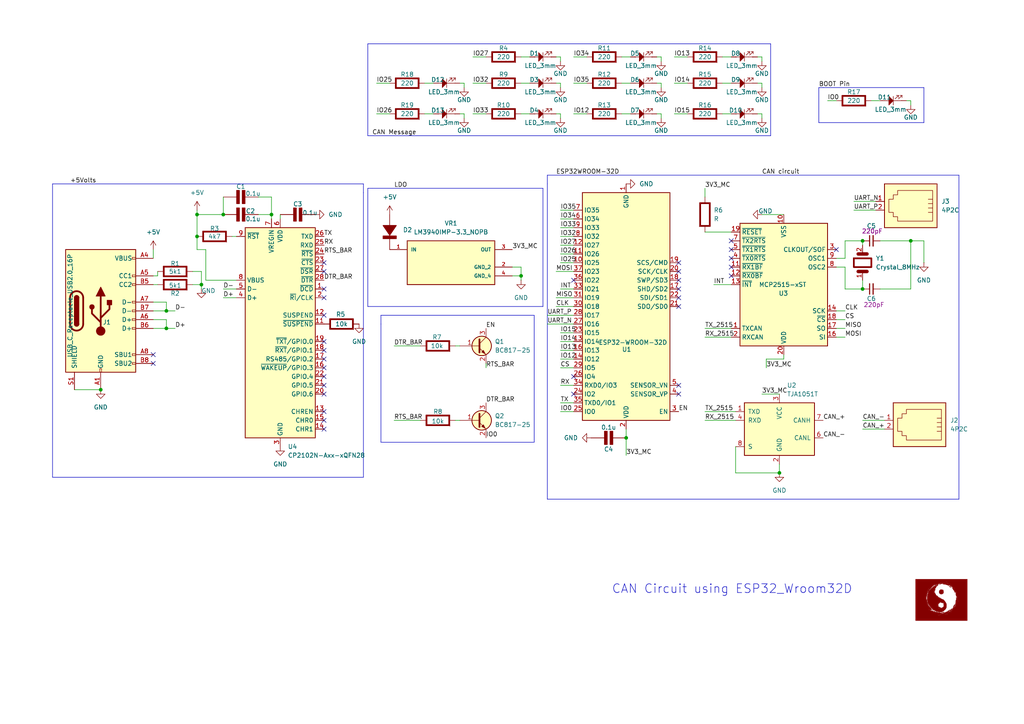
<source format=kicad_sch>
(kicad_sch (version 20231120) (generator "eeschema") (generator_version "8.0")
  (paper "A4")
  (lib_symbols
    (symbol "Connector:4P2C" (pin_names (offset 1.016))
      (property "Reference" "J" (at -5.08 8.89 0))
      (property "Value" "4P2C" (at 2.54 8.89 0))
      (symbol "4P2C_1_1"
        (pin passive line (at 10.16 0 180) (length 2.54) (name "~") (number "1"))
        (pin passive line (at 10.16 2.54 180) (length 2.54) (name "~") (number "2"))
      )
    )
    (symbol "Connector:USB_C_Receptacle_USB2.0_16P" (pin_names (offset 1.016))
      (property "Reference" "J" (at 0 22.225 0))
      (property "Value" "USB_C_Receptacle_USB2.0_16P" (at 0 19.685 0))
      (symbol "USB_C_Receptacle_USB2.0_16P_1_1"
        (pin passive line (at 0 -22.86 90) (length 5.08) (name "GND") (number "A1"))
        (pin passive line (at 0 -22.86 90) (length 5.08) hide (name "GND") (number "A12"))
        (pin passive line (at 15.24 15.24 180) (length 5.08) (name "VBUS") (number "A4"))
        (pin bidirectional line (at 15.24 10.16 180) (length 5.08) (name "CC1") (number "A5"))
        (pin bidirectional line (at 15.24 -2.54 180) (length 5.08) (name "D+") (number "A6"))
        (pin bidirectional line (at 15.24 2.54 180) (length 5.08) (name "D-") (number "A7"))
        (pin bidirectional line (at 15.24 -12.7 180) (length 5.08) (name "SBU1") (number "A8"))
        (pin passive line (at 15.24 15.24 180) (length 5.08) hide (name "VBUS") (number "A9"))
        (pin passive line (at 0 -22.86 90) (length 5.08) hide (name "GND") (number "B1"))
        (pin passive line (at 0 -22.86 90) (length 5.08) hide (name "GND") (number "B12"))
        (pin passive line (at 15.24 15.24 180) (length 5.08) hide (name "VBUS") (number "B4"))
        (pin bidirectional line (at 15.24 7.62 180) (length 5.08) (name "CC2") (number "B5"))
        (pin bidirectional line (at 15.24 -5.08 180) (length 5.08) (name "D+") (number "B6"))
        (pin bidirectional line (at 15.24 0 180) (length 5.08) (name "D-") (number "B7"))
        (pin bidirectional line (at 15.24 -15.24 180) (length 5.08) (name "SBU2") (number "B8"))
        (pin passive line (at 15.24 15.24 180) (length 5.08) hide (name "VBUS") (number "B9"))
        (pin passive line (at -7.62 -22.86 90) (length 5.08) (name "SHIELD") (number "S1"))
      )
    )
    (symbol "Interface_CAN_LIN:MCP2515-xST"
      (property "Reference" "U" (at -10.16 19.685 0))
      (property "Value" "MCP2515-xST" (at 19.05 20.32 0))
      (symbol "MCP2515-xST_1_1"
        (pin output line (at 15.24 12.7 180) (length 2.54) (name "TXCAN") (number "1"))
        (pin power_in line (at 0 -20.32 90) (length 2.54) (name "VSS") (number "10"))
        (pin output line (at 15.24 -5.08 180) (length 2.54) (name "~{RX1BF}") (number "11"))
        (pin output line (at 15.24 -2.54 180) (length 2.54) (name "~{RX0BF}") (number "12"))
        (pin output line (at 15.24 0 180) (length 2.54) (name "~{INT}") (number "13"))
        (pin input line (at -15.24 7.62 0) (length 2.54) (name "SCK") (number "14"))
        (pin no_connect line (at -12.7 -2.54 0) (length 2.54) hide (name "NC") (number "15"))
        (pin input line (at -15.24 15.24 0) (length 2.54) (name "SI") (number "16"))
        (pin output line (at -15.24 12.7 0) (length 2.54) (name "SO") (number "17"))
        (pin input line (at -15.24 10.16 0) (length 2.54) (name "~{CS}") (number "18"))
        (pin input line (at 15.24 -15.24 180) (length 2.54) (name "~{RESET}") (number "19"))
        (pin input line (at 15.24 15.24 180) (length 2.54) (name "RXCAN") (number "2"))
        (pin power_in line (at 0 20.32 270) (length 2.54) (name "VDD") (number "20"))
        (pin output line (at -15.24 -10.16 0) (length 2.54) (name "CLKOUT/SOF") (number "3"))
        (pin input line (at 15.24 -7.62 180) (length 2.54) (name "~{TX0RTS}") (number "4"))
        (pin input line (at 15.24 -10.16 180) (length 2.54) (name "~{TX1RTS}") (number "5"))
        (pin no_connect line (at -12.7 0 0) (length 2.54) hide (name "NC") (number "6"))
        (pin input line (at 15.24 -12.7 180) (length 2.54) (name "~{TX2RTS}") (number "7"))
        (pin output line (at -15.24 -5.08 0) (length 2.54) (name "OSC2") (number "8"))
        (pin input line (at -15.24 -7.62 0) (length 2.54) (name "OSC1") (number "9"))
      )
    )
    (symbol "Interface_CAN_LIN:TJA1051T" (pin_names (offset 1.016))
      (property "Reference" "U" (at -10.16 8.89 0))
      (property "Value" "TJA1051T" (at 1.27 8.89 0))
      (symbol "TJA1051T_1_1"
        (pin input line (at -12.7 5.08 0) (length 2.54) (name "TXD") (number "1"))
        (pin power_in line (at 0 -10.16 90) (length 2.54) (name "GND") (number "2"))
        (pin power_in line (at 0 10.16 270) (length 2.54) (name "VCC") (number "3"))
        (pin output line (at -12.7 2.54 0) (length 2.54) (name "RXD") (number "4"))
        (pin no_connect line (at -10.16 -2.54 0) (length 2.54) hide (name "NC") (number "5"))
        (pin bidirectional line (at 12.7 -2.54 180) (length 2.54) (name "CANL") (number "6"))
        (pin bidirectional line (at 12.7 2.54 180) (length 2.54) (name "CANH") (number "7"))
        (pin input line (at -12.7 -5.08 0) (length 2.54) (name "S") (number "8"))
      )
    )
    (symbol "Interface_USB:CP2102N-Axx-xQFN28"
      (property "Reference" "U" (at -8.89 31.75 0))
      (property "Value" "CP2102N-Axx-xQFN28" (at 12.7 31.75 0))
      (symbol "CP2102N-Axx-xQFN28_1_1"
        (pin input line (at 12.7 12.7 180) (length 2.54) (name "~{DCD}") (number "1"))
        (pin no_connect line (at -10.16 -27.94 0) (length 2.54) hide (name "NC") (number "10"))
        (pin output line (at 12.7 2.54 180) (length 2.54) (name "~{SUSPEND}") (number "11"))
        (pin output line (at 12.7 5.08 180) (length 2.54) (name "SUSPEND") (number "12"))
        (pin output line (at 12.7 -22.86 180) (length 2.54) (name "CHREN") (number "13"))
        (pin output line (at 12.7 -27.94 180) (length 2.54) (name "CHR1") (number "14"))
        (pin output line (at 12.7 -25.4 180) (length 2.54) (name "CHR0") (number "15"))
        (pin bidirectional line (at 12.7 -10.16 180) (length 2.54) (name "~{WAKEUP}/GPIO.3") (number "16"))
        (pin bidirectional line (at 12.7 -7.62 180) (length 2.54) (name "RS485/GPIO.2") (number "17"))
        (pin bidirectional line (at 12.7 -5.08 180) (length 2.54) (name "~{RXT}/GPIO.1") (number "18"))
        (pin bidirectional line (at 12.7 -2.54 180) (length 2.54) (name "~{TXT}/GPIO.0") (number "19"))
        (pin bidirectional line (at 12.7 10.16 180) (length 2.54) (name "~{RI}/CLK") (number "2"))
        (pin bidirectional line (at 12.7 -17.78 180) (length 2.54) (name "GPIO.6") (number "20"))
        (pin bidirectional line (at 12.7 -15.24 180) (length 2.54) (name "GPIO.5") (number "21"))
        (pin bidirectional line (at 12.7 -12.7 180) (length 2.54) (name "GPIO.4") (number "22"))
        (pin input line (at 12.7 20.32 180) (length 2.54) (name "~{CTS}") (number "23"))
        (pin output line (at 12.7 22.86 180) (length 2.54) (name "~{RTS}") (number "24"))
        (pin input line (at 12.7 25.4 180) (length 2.54) (name "RXD") (number "25"))
        (pin output line (at 12.7 27.94 180) (length 2.54) (name "TXD") (number "26"))
        (pin input line (at 12.7 17.78 180) (length 2.54) (name "~{DSR}") (number "27"))
        (pin output line (at 12.7 15.24 180) (length 2.54) (name "~{DTR}") (number "28"))
        (pin passive line (at 0 -33.02 90) (length 2.54) hide (name "GND") (number "29"))
        (pin power_in line (at 0 -33.02 90) (length 2.54) (name "GND") (number "3"))
        (pin bidirectional line (at -12.7 10.16 0) (length 2.54) (name "D+") (number "4"))
        (pin bidirectional line (at -12.7 12.7 0) (length 2.54) (name "D-") (number "5"))
        (pin power_in line (at 0 33.02 270) (length 2.54) (name "VDD") (number "6"))
        (pin power_in line (at -2.54 33.02 270) (length 2.54) (name "VREGIN") (number "7"))
        (pin input line (at -12.7 15.24 0) (length 2.54) (name "VBUS") (number "8"))
        (pin input line (at -12.7 27.94 0) (length 2.54) (name "~{RST}") (number "9"))
      )
    )
    (symbol "LM3940IMP-3.3_NOPB:LM3940IMP-3.3_NOPB" (pin_names (offset 1.016))
      (property "Reference" "VR" (at -12.7 6.08 0))
      (property "Value" "LM3940IMP-3.3_NOPB" (at -12.7 -9.08 0))
      (symbol "LM3940IMP-3.3_NOPB_0_0"
        (pin input line (at -17.78 2.54 0) (length 5.08) (name "IN") (number "1"))
        (pin power_in line (at 17.78 -2.54 180) (length 5.08) (name "GND_2") (number "2"))
        (pin output line (at 17.78 2.54 180) (length 5.08) (name "OUT") (number "3"))
        (pin power_in line (at 17.78 -5.08 180) (length 5.08) (name "GND_4") (number "4"))
      )
    )
    (symbol "Logo:LOGO" (pin_names (offset 1.016)))
    (symbol "PCM_4ms_Capacitor:220pF_0603_25V" (pin_numbers hide) (pin_names (offset 0.254) hide)
      (property "Reference" "C" (at 1.905 1.27 0))
      (property "Display" "220pF" (at 1.905 -1.27 0))
      (property "JLCPCB ID" "C1603" (at 1.905 -1.27 0))
      (symbol "220pF_0603_25V_1_1"
        (pin passive line (at 0 2.54 270) (length 2.032) (name "~") (number "1"))
        (pin passive line (at 0 -2.54 90) (length 2.032) (name "~") (number "2"))
      )
    )
    (symbol "PCM_4ms_Power-symbol:+5V" (power) (pin_names (offset 0))
      (property "Value" "+5V" (at 0 3.556 0))
      (symbol "+5V_1_1"
        (pin power_in line (at 0 0 90) (length 0) hide (name "+5V") (number "1"))
      )
    )
    (symbol "PCM_4ms_Power-symbol:GND" (power) (pin_names (offset 0))
      (property "Value" "GND" (at 0 -3.81 0))
      (symbol "GND_1_1"
        (pin power_in line (at 0 0 270) (length 0) hide (name "GND") (number "1"))
      )
    )
    (symbol "PCM_Elektuur:C" (pin_numbers hide) (pin_names (offset 0) hide)
      (property "Reference" "C" (at 0.635 3.175 0))
      (property "Value" "C" (at 0.635 -3.175 0))
      (symbol "C_1_1"
        (pin passive line (at 0 5.08 270) (length 3.8862) (name "+") (number "1"))
        (pin passive line (at 0 -5.08 90) (length 3.8862) (name "-") (number "2"))
      )
      (symbol "C_1_2"
        (pin passive line (at 0 5.08 270) (length 3.5814) (name "+") (number "1"))
        (pin passive line (at 0 -5.08 90) (length 3.5814) (name "-") (number "2"))
      )
    )
    (symbol "PCM_Elektuur:D" (pin_numbers hide) (pin_names (offset 0) hide)
      (property "Reference" "D" (at 0.635 3.175 0))
      (property "Value" "${SIM.PARAMS}" (at 0.635 -3.175 0))
      (symbol "D_1_0"
        (pin passive line (at 0 -5.08 90) (length 3.175) (name "K-") (number "1"))
        (pin passive line (at 0 5.08 270) (length 3.175) (name "A+") (number "2"))
      )
    )
    (symbol "PCM_Elektuur:R" (pin_numbers hide) (pin_names (offset 0) hide)
      (property "Reference" "R" (at 2.54 3.175 0))
      (property "Value" "R" (at 0 0 90))
      (symbol "R_1_1"
        (pin passive line (at 0 5.08 270) (length 1.651) (name "+") (number "1"))
        (pin passive line (at 0 -5.08 90) (length 1.651) (name "-") (number "2"))
      )
      (symbol "R_1_2"
        (pin passive line (at 0 5.08 270) (length 1.651) (name "+") (number "1"))
        (pin passive line (at 0 -5.08 90) (length 1.651) (name "-") (number "2"))
      )
      (symbol "R_1_3"
        (pin passive line (at 0 5.08 270) (length 1.6002) (name "+") (number "1"))
        (pin passive line (at 0 -5.08 90) (length 1.6002) (name "-") (number "2"))
      )
      (symbol "R_1_4"
        (pin passive line (at 0 5.08 270) (length 0.5334) (name "+") (number "1"))
        (pin passive line (at 0 -5.08 90) (length 0.5334) (name "-") (number "2"))
      )
    )
    (symbol "PCM_SL_Devices:Crystal_8MHz"
      (property "Reference" "Y" (at 0 7.62 0))
      (property "Value" "Crystal_8MHz" (at 0 5.08 0))
      (symbol "Crystal_8MHz_1_1"
        (pin passive line (at -5.08 0 0) (length 2.54) (name "") (number "1"))
        (pin passive line (at 5.08 0 180) (length 2.54) (name "") (number "2"))
      )
    )
    (symbol "PCM_SL_Devices:LED_3mm"
      (property "Reference" "D" (at -0.508 5.334 0))
      (property "Value" "LED_3mm" (at -0.508 2.794 0))
      (symbol "LED_3mm_1_1"
        (pin passive line (at 3.81 0 180) (length 1.5) (name "~") (number "1"))
        (pin passive line (at -3.81 0 0) (length 1.5) (name "") (number "2"))
      )
    )
    (symbol "PCM_Transistor_BJT_AKL:BC817-25" (pin_names hide)
      (property "Reference" "Q" (at 5.08 1.27 0))
      (property "Value" "BC817-25" (at 5.08 -1.27 0))
      (symbol "BC817-25_1_1"
        (pin input line (at -5.08 0 0) (length 5.715) (name "B") (number "1"))
        (pin passive line (at 2.54 -5.08 90) (length 2.54) (name "E") (number "2"))
        (pin passive line (at 2.54 5.08 270) (length 2.54) (name "C") (number "3"))
      )
    )
    (symbol "RF_Module:ESP32-WROOM-32D"
      (property "Reference" "U" (at -12.7 34.29 0))
      (property "Value" "ESP32-WROOM-32D" (at 1.27 34.29 0))
      (symbol "ESP32-WROOM-32D_1_1"
        (pin power_in line (at 0 -35.56 90) (length 2.54) (name "GND") (number "1"))
        (pin bidirectional line (at 15.24 -12.7 180) (length 2.54) (name "IO25") (number "10"))
        (pin bidirectional line (at 15.24 -15.24 180) (length 2.54) (name "IO26") (number "11"))
        (pin bidirectional line (at 15.24 -17.78 180) (length 2.54) (name "IO27") (number "12"))
        (pin bidirectional line (at 15.24 10.16 180) (length 2.54) (name "IO14") (number "13"))
        (pin bidirectional line (at 15.24 15.24 180) (length 2.54) (name "IO12") (number "14"))
        (pin passive line (at 0 -35.56 90) (length 2.54) hide (name "GND") (number "15"))
        (pin bidirectional line (at 15.24 12.7 180) (length 2.54) (name "IO13") (number "16"))
        (pin bidirectional line (at -15.24 -5.08 0) (length 2.54) (name "SHD/SD2") (number "17"))
        (pin bidirectional line (at -15.24 -7.62 0) (length 2.54) (name "SWP/SD3") (number "18"))
        (pin bidirectional line (at -15.24 -12.7 0) (length 2.54) (name "SCS/CMD") (number "19"))
        (pin power_in line (at 0 35.56 270) (length 2.54) (name "VDD") (number "2"))
        (pin bidirectional line (at -15.24 -10.16 0) (length 2.54) (name "SCK/CLK") (number "20"))
        (pin bidirectional line (at -15.24 0 0) (length 2.54) (name "SDO/SD0") (number "21"))
        (pin bidirectional line (at -15.24 -2.54 0) (length 2.54) (name "SDI/SD1") (number "22"))
        (pin bidirectional line (at 15.24 7.62 180) (length 2.54) (name "IO15") (number "23"))
        (pin bidirectional line (at 15.24 25.4 180) (length 2.54) (name "IO2") (number "24"))
        (pin bidirectional line (at 15.24 30.48 180) (length 2.54) (name "IO0") (number "25"))
        (pin bidirectional line (at 15.24 20.32 180) (length 2.54) (name "IO4") (number "26"))
        (pin bidirectional line (at 15.24 5.08 180) (length 2.54) (name "IO16") (number "27"))
        (pin bidirectional line (at 15.24 2.54 180) (length 2.54) (name "IO17") (number "28"))
        (pin bidirectional line (at 15.24 17.78 180) (length 2.54) (name "IO5") (number "29"))
        (pin input line (at -15.24 30.48 0) (length 2.54) (name "EN") (number "3"))
        (pin bidirectional line (at 15.24 0 180) (length 2.54) (name "IO18") (number "30"))
        (pin bidirectional line (at 15.24 -2.54 180) (length 2.54) (name "IO19") (number "31"))
        (pin no_connect line (at -12.7 -27.94 0) (length 2.54) hide (name "NC") (number "32"))
        (pin bidirectional line (at 15.24 -5.08 180) (length 2.54) (name "IO21") (number "33"))
        (pin bidirectional line (at 15.24 22.86 180) (length 2.54) (name "RXD0/IO3") (number "34"))
        (pin bidirectional line (at 15.24 27.94 180) (length 2.54) (name "TXD0/IO1") (number "35"))
        (pin bidirectional line (at 15.24 -7.62 180) (length 2.54) (name "IO22") (number "36"))
        (pin bidirectional line (at 15.24 -10.16 180) (length 2.54) (name "IO23") (number "37"))
        (pin passive line (at 0 -35.56 90) (length 2.54) hide (name "GND") (number "38"))
        (pin passive line (at 0 -35.56 90) (length 2.54) hide (name "GND") (number "39"))
        (pin input line (at -15.24 25.4 0) (length 2.54) (name "SENSOR_VP") (number "4"))
        (pin input line (at -15.24 22.86 0) (length 2.54) (name "SENSOR_VN") (number "5"))
        (pin input line (at 15.24 -25.4 180) (length 2.54) (name "IO34") (number "6"))
        (pin input line (at 15.24 -27.94 180) (length 2.54) (name "IO35") (number "7"))
        (pin bidirectional line (at 15.24 -20.32 180) (length 2.54) (name "IO32") (number "8"))
        (pin bidirectional line (at 15.24 -22.86 180) (length 2.54) (name "IO33") (number "9"))
      )
    )
    (symbol "power:GND" (power) (pin_numbers hide) (pin_names (offset 0) hide)
      (property "Value" "GND" (at 0 -3.81 0))
      (symbol "GND_1_1"
        (pin power_in line (at 0 0 270) (length 0) (name "~") (number "1"))
      )
    )
  )
  (junction (at 151.13 80.01))
  (junction (at 181.61 127))
  (junction (at 64.77 62.23))
  (junction (at 57.15 68.58))
  (junction (at 250.19 69.85))
  (junction (at 250.19 83.82))
  (junction (at 29.21 113.03))
  (junction (at 48.26 90.17))
  (junction (at 57.15 62.23))
  (junction (at 58.42 82.55))
  (junction (at 264.16 69.85))
  (junction (at 48.26 95.25))
  (junction (at 78.74 62.23))
  (junction (at 226.06 137.16))
  (no_connect (at 93.98 76.2))
  (no_connect (at 93.98 119.38))
  (no_connect (at 212.09 74.93))
  (no_connect (at 93.98 104.14))
  (no_connect (at 166.37 109.22))
  (no_connect (at 93.98 91.44))
  (no_connect (at 166.37 81.28))
  (no_connect (at 44.45 102.87))
  (no_connect (at 93.98 114.3))
  (no_connect (at 196.85 81.28))
  (no_connect (at 93.98 109.22))
  (no_connect (at 212.09 72.39))
  (no_connect (at 196.85 83.82))
  (no_connect (at 93.98 86.36))
  (no_connect (at 93.98 83.82))
  (no_connect (at 93.98 99.06))
  (no_connect (at 44.45 105.41))
  (no_connect (at 212.09 80.01))
  (no_connect (at 212.09 77.47))
  (no_connect (at 93.98 78.74))
  (no_connect (at 196.85 86.36))
  (no_connect (at 93.98 121.92))
  (no_connect (at 196.85 88.9))
  (no_connect (at 212.09 69.85))
  (no_connect (at 93.98 106.68))
  (no_connect (at 93.98 111.76))
  (no_connect (at 242.57 72.39))
  (no_connect (at 196.85 78.74))
  (no_connect (at 196.85 76.2))
  (no_connect (at 166.37 114.3))
  (no_connect (at 93.98 124.46))
  (no_connect (at 93.98 101.6))
  (no_connect (at 196.85 114.3))
  (no_connect (at 196.85 111.76))
  (wire (pts (xy 48.26 92.71) (xy 48.26 95.25)))
  (wire (pts (xy 220.98 24.13) (xy 220.98 25.4)))
  (wire (pts (xy 220.98 16.51) (xy 220.98 17.78)))
  (polyline (pts (xy 158.75 50.8) (xy 158.75 53.34)))
  (wire (pts (xy 180.34 16.51) (xy 182.88 16.51)))
  (wire (pts (xy 191.77 33.02) (xy 191.77 34.29)))
  (polyline (pts (xy 110.49 91.44) (xy 110.49 93.98)))
  (wire (pts (xy 109.22 33.02) (xy 113.03 33.02)))
  (wire (pts (xy 158.75 93.98) (xy 166.37 93.98)))
  (wire (pts (xy 162.56 60.96) (xy 166.37 60.96)))
  (wire (pts (xy 245.11 95.25) (xy 242.57 95.25)))
  (wire (pts (xy 134.62 33.02) (xy 134.62 34.29)))
  (wire (pts (xy 78.74 63.5) (xy 78.74 62.23)))
  (wire (pts (xy 44.45 82.55) (xy 45.72 82.55)))
  (wire (pts (xy 109.22 24.13) (xy 113.03 24.13)))
  (wire (pts (xy 195.58 16.51) (xy 199.39 16.51)))
  (wire (pts (xy 162.56 73.66) (xy 166.37 73.66)))
  (wire (pts (xy 78.74 57.15) (xy 74.93 57.15)))
  (wire (pts (xy 123.19 33.02) (xy 125.73 33.02)))
  (wire (pts (xy 162.56 24.13) (xy 162.56 25.4)))
  (wire (pts (xy 227.33 104.14) (xy 227.33 102.87)))
  (wire (pts (xy 191.77 24.13) (xy 191.77 25.4)))
  (wire (pts (xy 245.11 90.17) (xy 242.57 90.17)))
  (wire (pts (xy 227.33 104.14) (xy 222.25 104.14)))
  (wire (pts (xy 57.15 60.96) (xy 57.15 62.23)))
  (wire (pts (xy 151.13 16.51) (xy 153.67 16.51)))
  (polyline (pts (xy 105.41 138.43) (xy 15.24 138.43)))
  (wire (pts (xy 162.56 68.58) (xy 166.37 68.58)))
  (wire (pts (xy 140.97 106.68) (xy 140.97 105.41)))
  (polyline (pts (xy 15.24 53.34) (xy 105.41 53.34)))
  (wire (pts (xy 219.71 24.13) (xy 220.98 24.13)))
  (wire (pts (xy 245.11 83.82) (xy 250.19 83.82)))
  (wire (pts (xy 166.37 16.51) (xy 170.18 16.51)))
  (wire (pts (xy 158.75 91.44) (xy 166.37 91.44)))
  (wire (pts (xy 161.29 88.9) (xy 166.37 88.9)))
  (wire (pts (xy 151.13 77.47) (xy 151.13 80.01)))
  (wire (pts (xy 219.71 16.51) (xy 220.98 16.51)))
  (wire (pts (xy 161.29 16.51) (xy 162.56 16.51)))
  (wire (pts (xy 255.27 83.82) (xy 264.16 83.82)))
  (wire (pts (xy 134.62 24.13) (xy 134.62 25.4)))
  (wire (pts (xy 132.08 121.92) (xy 133.35 121.92)))
  (polyline (pts (xy 15.24 138.43) (xy 15.24 53.34)))
  (wire (pts (xy 213.36 129.54) (xy 213.36 137.16)))
  (wire (pts (xy 45.72 80.01) (xy 45.72 78.74)))
  (wire (pts (xy 161.29 78.74) (xy 166.37 78.74)))
  (wire (pts (xy 245.11 74.93) (xy 245.11 69.85)))
  (wire (pts (xy 162.56 104.14) (xy 166.37 104.14)))
  (wire (pts (xy 242.57 77.47) (xy 245.11 77.47)))
  (polyline (pts (xy 106.68 88.9) (xy 106.68 54.61)))
  (wire (pts (xy 162.56 63.5) (xy 166.37 63.5)))
  (polyline (pts (xy 106.68 54.61) (xy 107.95 54.61)))
  (wire (pts (xy 67.31 68.58) (xy 68.58 68.58)))
  (wire (pts (xy 226.06 134.62) (xy 226.06 137.16)))
  (wire (pts (xy 21.59 113.03) (xy 29.21 113.03)))
  (wire (pts (xy 151.13 33.02) (xy 153.67 33.02)))
  (wire (pts (xy 151.13 80.01) (xy 151.13 81.28)))
  (wire (pts (xy 44.45 80.01) (xy 45.72 80.01)))
  (wire (pts (xy 162.56 66.04) (xy 166.37 66.04)))
  (wire (pts (xy 190.5 16.51) (xy 191.77 16.51)))
  (wire (pts (xy 59.69 81.28) (xy 59.69 72.39)))
  (polyline (pts (xy 223.52 39.37) (xy 223.52 12.7)))
  (wire (pts (xy 190.5 33.02) (xy 191.77 33.02)))
  (wire (pts (xy 209.55 24.13) (xy 212.09 24.13)))
  (wire (pts (xy 209.55 16.51) (xy 212.09 16.51)))
  (wire (pts (xy 81.28 62.23) (xy 81.28 63.5)))
  (polyline (pts (xy 267.97 35.56) (xy 237.49 35.56)))
  (polyline (pts (xy 105.41 53.34) (xy 105.41 55.88)))
  (wire (pts (xy 137.16 33.02) (xy 140.97 33.02)))
  (wire (pts (xy 181.61 124.46) (xy 181.61 127)))
  (wire (pts (xy 245.11 92.71) (xy 242.57 92.71)))
  (wire (pts (xy 242.57 74.93) (xy 245.11 74.93)))
  (wire (pts (xy 166.37 24.13) (xy 170.18 24.13)))
  (wire (pts (xy 148.59 80.01) (xy 151.13 80.01)))
  (wire (pts (xy 162.56 33.02) (xy 162.56 34.29)))
  (wire (pts (xy 78.74 62.23) (xy 78.74 57.15)))
  (polyline (pts (xy 106.68 12.7) (xy 223.52 12.7)))
  (polyline (pts (xy 110.49 93.98) (xy 110.49 128.27)))
  (wire (pts (xy 262.89 29.21) (xy 264.16 29.21)))
  (wire (pts (xy 161.29 86.36) (xy 166.37 86.36)))
  (wire (pts (xy 55.88 82.55) (xy 58.42 82.55)))
  (wire (pts (xy 247.65 58.42) (xy 254 58.42)))
  (wire (pts (xy 162.56 119.38) (xy 166.37 119.38)))
  (wire (pts (xy 162.56 101.6) (xy 166.37 101.6)))
  (wire (pts (xy 57.15 72.39) (xy 57.15 68.58)))
  (polyline (pts (xy 238.76 25.4) (xy 267.97 25.4)))
  (wire (pts (xy 267.97 69.85) (xy 267.97 76.2)))
  (wire (pts (xy 132.08 100.33) (xy 133.35 100.33)))
  (wire (pts (xy 64.77 86.36) (xy 68.58 86.36)))
  (polyline (pts (xy 154.94 128.27) (xy 154.94 91.44)))
  (wire (pts (xy 166.37 33.02) (xy 170.18 33.02)))
  (polyline (pts (xy 278.13 144.78) (xy 278.13 50.8)))
  (wire (pts (xy 162.56 83.82) (xy 166.37 83.82)))
  (wire (pts (xy 59.69 72.39) (xy 57.15 72.39)))
  (polyline (pts (xy 154.94 91.44) (xy 110.49 91.44)))
  (wire (pts (xy 48.26 90.17) (xy 50.8 90.17)))
  (polyline (pts (xy 110.49 128.27) (xy 154.94 128.27)))
  (wire (pts (xy 191.77 16.51) (xy 191.77 17.78)))
  (wire (pts (xy 256.54 121.92) (xy 250.19 121.92)))
  (wire (pts (xy 64.77 57.15) (xy 64.77 62.23)))
  (wire (pts (xy 256.54 124.46) (xy 250.19 124.46)))
  (wire (pts (xy 222.25 104.14) (xy 222.25 106.68)))
  (wire (pts (xy 114.3 121.92) (xy 121.92 121.92)))
  (wire (pts (xy 264.16 83.82) (xy 264.16 69.85)))
  (polyline (pts (xy 158.75 53.34) (xy 158.75 144.78)))
  (wire (pts (xy 68.58 81.28) (xy 59.69 81.28)))
  (wire (pts (xy 245.11 69.85) (xy 250.19 69.85)))
  (wire (pts (xy 162.56 71.12) (xy 166.37 71.12)))
  (polyline (pts (xy 105.41 55.88) (xy 105.41 138.43)))
  (wire (pts (xy 148.59 77.47) (xy 151.13 77.47)))
  (wire (pts (xy 166.37 111.76) (xy 162.56 111.76)))
  (wire (pts (xy 204.47 95.25) (xy 212.09 95.25)))
  (wire (pts (xy 133.35 33.02) (xy 134.62 33.02)))
  (wire (pts (xy 219.71 33.02) (xy 220.98 33.02)))
  (wire (pts (xy 195.58 24.13) (xy 199.39 24.13)))
  (wire (pts (xy 57.15 62.23) (xy 57.15 68.58)))
  (wire (pts (xy 162.56 106.68) (xy 166.37 106.68)))
  (wire (pts (xy 114.3 100.33) (xy 121.92 100.33)))
  (polyline (pts (xy 267.97 25.4) (xy 267.97 35.56)))
  (wire (pts (xy 162.56 16.51) (xy 162.56 17.78)))
  (wire (pts (xy 58.42 82.55) (xy 58.42 83.82)))
  (wire (pts (xy 220.98 33.02) (xy 220.98 34.29)))
  (wire (pts (xy 190.5 24.13) (xy 191.77 24.13)))
  (polyline (pts (xy 106.68 39.37) (xy 223.52 39.37)))
  (wire (pts (xy 207.01 82.55) (xy 212.09 82.55)))
  (wire (pts (xy 213.36 137.16) (xy 226.06 137.16)))
  (wire (pts (xy 247.65 60.96) (xy 254 60.96)))
  (wire (pts (xy 264.16 29.21) (xy 264.16 30.48)))
  (wire (pts (xy 162.56 99.06) (xy 166.37 99.06)))
  (wire (pts (xy 240.03 29.21) (xy 242.57 29.21)))
  (wire (pts (xy 204.47 119.38) (xy 213.36 119.38)))
  (wire (pts (xy 180.34 33.02) (xy 182.88 33.02)))
  (wire (pts (xy 48.26 87.63) (xy 48.26 90.17)))
  (wire (pts (xy 74.93 62.23) (xy 78.74 62.23)))
  (wire (pts (xy 161.29 33.02) (xy 162.56 33.02)))
  (wire (pts (xy 162.56 76.2) (xy 166.37 76.2)))
  (wire (pts (xy 181.61 127) (xy 181.61 132.08)))
  (wire (pts (xy 255.27 69.85) (xy 264.16 69.85)))
  (wire (pts (xy 133.35 24.13) (xy 134.62 24.13)))
  (wire (pts (xy 180.34 24.13) (xy 182.88 24.13)))
  (wire (pts (xy 252.73 29.21) (xy 255.27 29.21)))
  (polyline (pts (xy 107.95 54.61) (xy 157.48 54.61)))
  (wire (pts (xy 227.33 62.23) (xy 220.98 62.23)))
  (wire (pts (xy 137.16 24.13) (xy 140.97 24.13)))
  (wire (pts (xy 58.42 78.74) (xy 58.42 82.55)))
  (wire (pts (xy 162.56 96.52) (xy 166.37 96.52)))
  (polyline (pts (xy 157.48 54.61) (xy 157.48 88.9)))
  (wire (pts (xy 204.47 97.79) (xy 212.09 97.79)))
  (wire (pts (xy 204.47 67.31) (xy 212.09 67.31)))
  (wire (pts (xy 264.16 69.85) (xy 267.97 69.85)))
  (polyline (pts (xy 106.68 12.7) (xy 106.68 39.37)))
  (wire (pts (xy 245.11 77.47) (xy 245.11 83.82)))
  (wire (pts (xy 151.13 24.13) (xy 153.67 24.13)))
  (wire (pts (xy 166.37 116.84) (xy 162.56 116.84)))
  (wire (pts (xy 55.88 78.74) (xy 58.42 78.74)))
  (wire (pts (xy 250.19 81.28) (xy 250.19 83.82)))
  (polyline (pts (xy 237.49 25.4) (xy 238.76 25.4)))
  (polyline (pts (xy 237.49 35.56) (xy 237.49 25.4)))
  (wire (pts (xy 64.77 83.82) (xy 68.58 83.82)))
  (wire (pts (xy 48.26 95.25) (xy 50.8 95.25)))
  (wire (pts (xy 209.55 33.02) (xy 212.09 33.02)))
  (wire (pts (xy 137.16 16.51) (xy 140.97 16.51)))
  (wire (pts (xy 204.47 121.92) (xy 213.36 121.92)))
  (wire (pts (xy 220.98 114.3) (xy 226.06 114.3)))
  (wire (pts (xy 44.45 92.71) (xy 48.26 92.71)))
  (wire (pts (xy 195.58 33.02) (xy 199.39 33.02)))
  (polyline (pts (xy 157.48 88.9) (xy 106.68 88.9)))
  (wire (pts (xy 44.45 95.25) (xy 48.26 95.25)))
  (wire (pts (xy 250.19 69.85) (xy 250.19 71.12)))
  (wire (pts (xy 161.29 24.13) (xy 162.56 24.13)))
  (polyline (pts (xy 158.75 144.78) (xy 278.13 144.78)))
  (wire (pts (xy 123.19 24.13) (xy 125.73 24.13)))
  (wire (pts (xy 44.45 90.17) (xy 48.26 90.17)))
  (wire (pts (xy 44.45 72.39) (xy 44.45 74.93)))
  (wire (pts (xy 44.45 87.63) (xy 48.26 87.63)))
  (wire (pts (xy 245.11 97.79) (xy 242.57 97.79)))
  (polyline (pts (xy 278.13 50.8) (xy 158.75 50.8)))
  (wire (pts (xy 204.47 54.61) (xy 204.47 57.15)))
  (wire (pts (xy 57.15 62.23) (xy 64.77 62.23)))
  (text "CAN Circuit using ESP32_Wroom32D\n" (at 212.344 170.942 0) (effects (font (size 2.54 2.54))))
  (label "EN" (at 140.97 95.25 0))
  (label "CLK" (at 161.29 88.9 0))
  (label "3V3_MC" (at 181.61 132.08 0))
  (label "IO25" (at 162.56 76.2 0))
  (label "RTS_BAR" (at 140.97 106.68 0))
  (label "D-" (at 50.8 90.17 0))
  (label "IO15" (at 162.56 96.52 0))
  (label "D+" (at 50.8 95.25 0))
  (label "UART_N" (at 158.75 93.98 0))
  (label "MOSI" (at 245.11 97.79 0))
  (label "3V3_MC" (at 222.25 106.68 0))
  (label "IO33" (at 137.16 33.02 0))
  (label "DTR_BAR" (at 93.98 81.28 0))
  (label "CAN Message" (at 107.95 39.37 0))
  (label "RX_2515" (at 204.47 121.92 0))
  (label "IO34" (at 162.56 63.5 0))
  (label "TX_2515" (at 204.47 95.25 0))
  (label "IO0" (at 140.97 127 0))
  (label "TX_2515" (at 204.47 119.38 0))
  (label "IO13" (at 162.56 101.6 0))
  (label "CS" (at 245.11 92.71 0))
  (label "IO12" (at 166.37 33.02 0))
  (label "BOOT Pin" (at 237.49 25.4 0))
  (label "3V3_MC" (at 220.98 114.3 0))
  (label "CAN_-" (at 238.76 127 0))
  (label "IO26" (at 162.56 73.66 0))
  (label "CAN_+" (at 238.76 121.92 0))
  (label "UART_P" (at 158.75 91.44 0))
  (label "IO35" (at 166.37 24.13 0))
  (label "IO0" (at 162.56 119.38 0))
  (label "RX" (at 162.56 111.76 0))
  (label "IO27" (at 162.56 71.12 0))
  (label "UART_P" (at 247.65 60.96 0))
  (label "MISO" (at 161.29 86.36 0))
  (label "LDO" (at 114.3 54.61 0))
  (label "MOSI" (at 161.29 78.74 0))
  (label "IO15" (at 195.58 33.02 0))
  (label "IO14" (at 195.58 24.13 0))
  (label "IO12" (at 162.56 104.14 0))
  (label "IO35" (at 162.56 60.96 0))
  (label "DTR_BAR" (at 140.97 116.84 0))
  (label "CAN_+" (at 250.19 124.46 0))
  (label "D+" (at 64.77 86.36 0))
  (label "CLK" (at 245.11 90.17 0))
  (label "CS" (at 162.56 106.68 0))
  (label "IO26" (at 109.22 33.02 0))
  (label "RX" (at 93.98 71.12 0))
  (label "+5Volts" (at 20.32 53.34 0))
  (label "CAN circuit" (at 220.98 50.8 0))
  (label "TX" (at 93.98 68.58 0))
  (label "INT" (at 207.01 82.55 0))
  (label "IO25" (at 109.22 24.13 0))
  (label "IO27" (at 137.16 16.51 0))
  (label "RX_2515" (at 204.47 97.79 0))
  (label "ESP32WROOM-32D" (at 161.29 50.8 0))
  (label "IO34" (at 166.37 16.51 0))
  (label "UART_N" (at 247.65 58.42 0))
  (label "INT" (at 162.56 83.82 0))
  (label "EN" (at 196.85 119.38 0))
  (label "IO13" (at 195.58 16.51 0))
  (label "CAN_-" (at 250.19 121.92 0))
  (label "IO14" (at 162.56 99.06 0))
  (label "MISO" (at 245.11 95.25 0))
  (label "DTR_BAR" (at 114.3 100.33 0))
  (label "3V3_MC" (at 148.59 72.39 0))
  (label "TX" (at 162.56 116.84 0))
  (label "IO32" (at 162.56 68.58 0))
  (label "IO32" (at 137.16 24.13 0))
  (label "IO0" (at 240.03 29.21 0))
  (label "RTS_BAR" (at 93.98 73.66 0))
  (label "IO33" (at 162.56 66.04 0))
  (label "RTS_BAR" (at 114.3 121.92 0))
  (label "D-" (at 64.77 83.82 0))
  (label "3V3_MC" (at 204.47 54.61 0))
  (symbol (lib_id "PCM_Elektuur:R") (at 146.05 16.51 90) (unit 1)
    (property "Reference" "R4" (at 146.05 13.97 90))
    (property "Value" "220" (at 146.05 16.51 90))
    (property "Footprint" "Resistor_SMD:R_1206_3216Metric_Pad1.30x1.75mm_HandSolder" (effects (hide yes)))
    (property "Description" "resistor" (effects (hide yes)))
    (property "Indicator" "+" (effects (hide yes)))
    (property "Rating" "W" (effects (hide yes)))
  )
  (symbol (lib_id "PCM_Elektuur:C") (at 86.36 62.23 90) (unit 1)
    (property "Reference" "C3" (at 86.36 59.182 90))
    (property "Value" "0.1u" (at 89.916 61.722 90))
    (property "Footprint" "Capacitor_SMD:C_1206_3216Metric_Pad1.33x1.80mm_HandSolder" (effects (hide yes)))
    (property "Description" "capacitor, non-polarized/bipolar" (effects (hide yes)))
    (property "Indicator" "+" (effects (hide yes)))
    (property "Rating" "V" (effects (hide yes)))
  )
  (symbol (lib_id "PCM_Elektuur:R") (at 50.8 78.74 90) (unit 1)
    (property "Reference" "R1" (at 50.8 76.454 90))
    (property "Value" "5k1" (at 50.8 78.74 90))
    (property "Footprint" "Resistor_SMD:R_1206_3216Metric_Pad1.30x1.75mm_HandSolder" (effects (hide yes)))
    (property "Description" "resistor" (effects (hide yes)))
    (property "Indicator" "+" (effects (hide yes)))
    (property "Rating" "W" (effects (hide yes)))
  )
  (symbol (lib_id "PCM_4ms_Power-symbol:GND") (at 58.42 83.82 0) (unit 1)
    (property "Reference" "#PWR01" (effects (hide yes)))
    (property "Value" "GND" (at 60.452 84.328 0))
  )
  (symbol (lib_id "PCM_4ms_Power-symbol:GND") (at 171.45 127 270) (unit 1)
    (property "Reference" "#PWR011" (effects (hide yes)))
    (property "Value" "GND" (at 167.64 126.9999 90) (effects (justify right)))
  )
  (symbol (lib_id "PCM_Elektuur:R") (at 146.05 24.13 90) (unit 1)
    (property "Reference" "R9" (at 146.05 21.59 90))
    (property "Value" "220" (at 146.05 24.13 90))
    (property "Footprint" "Resistor_SMD:R_1206_3216Metric_Pad1.30x1.75mm_HandSolder" (effects (hide yes)))
    (property "Description" "resistor" (effects (hide yes)))
    (property "Indicator" "+" (effects (hide yes)))
    (property "Rating" "W" (effects (hide yes)))
  )
  (symbol (lib_id "PCM_Elektuur:R") (at 204.47 24.13 90) (unit 1)
    (property "Reference" "R15" (at 204.47 21.59 90))
    (property "Value" "220" (at 204.47 24.13 90))
    (property "Footprint" "Resistor_SMD:R_1206_3216Metric_Pad1.30x1.75mm_HandSolder" (effects (hide yes)))
    (property "Description" "resistor" (effects (hide yes)))
    (property "Indicator" "+" (effects (hide yes)))
    (property "Rating" "W" (effects (hide yes)))
  )
  (symbol (lib_id "PCM_Transistor_BJT_AKL:BC817-25") (at 138.43 100.33 0) (unit 1)
    (property "Reference" "Q1" (at 143.51 99.0599 0) (effects (justify left)))
    (property "Value" "BC817-25" (at 143.51 101.5999 0) (effects (justify left)))
    (property "Footprint" "Package_TO_SOT_SMD:SOT-23" (effects (hide yes)))
    (property "Datasheet" "https://www.tme.eu/Document/7b5ea7386544f524d0315334956093bb/BC817-16.215.pdf" (effects (hide yes)))
    (property "Description" "NPN SOT-23 transistor, 45V, 500mA, 250mW, Complementary to BC807, Alternate KiCAD Library" (effects (hide yes)))
  )
  (symbol (lib_id "PCM_SL_Devices:LED_3mm") (at 186.69 16.51 0) (unit 1)
    (property "Reference" "D5" (at 184.15 15.494 0))
    (property "Value" "LED_3mm" (at 185.928 19.05 0))
    (property "Footprint" "LED_SMD:LED_1206_3216Metric_Pad1.42x1.75mm_HandSolder" (effects (hide yes)))
    (property "Description" "3mm diameter small LED" (effects (hide yes)))
  )
  (symbol (lib_id "PCM_4ms_Power-symbol:GND") (at 220.98 34.29 0) (unit 1)
    (property "Reference" "#PWR023" (effects (hide yes)))
    (property "Value" "GND" (at 220.98 37.846 0))
  )
  (symbol (lib_id "Logo:LOGO") (at 273.05 173.99 0) (unit 1)
    (property "Reference" "#G1" (effects (hide yes)))
    (property "Value" "LOGO" (effects (hide yes)))
  )
  (symbol (lib_id "PCM_4ms_Capacitor:220pF_0603_25V") (at 252.73 83.82 90) (unit 1)
    (property "Reference" "C6" (at 252.73 86.614 90))
    (property "Value" "220pF_0603_25V" (effects (hide yes)))
    (property "Footprint" "PCM_4ms_Capacitor:C_0603" (effects (hide yes)))
    (property "Description" "220pF, Min 25V, C0G/NP0, 5% 0603" (effects (hide yes)))
    (property "Specifications" "220pF, Min 25V, C0G/NP0, 5% 0603" (effects (hide yes)))
    (property "Manufacturer" "Yageo" (effects (hide yes)))
    (property "Part Number" "CC0603JRNPO9BN221" (effects (hide yes)))
    (property "Display" "220pF" (at 253.492 88.392 90))
    (property "JLCPCB ID" "C1603" (effects (hide yes)))
  )
  (symbol (lib_id "power:GND") (at 267.97 76.2 0) (unit 1)
    (property "Reference" "#PWR014" (effects (hide yes)))
    (property "Value" "GND" (at 267.97 81.28 0))
    (property "Description" "Power symbol creates a global label with name \"GND\" , ground" (effects (hide yes)))
  )
  (symbol (lib_id "PCM_4ms_Power-symbol:GND") (at 191.77 34.29 0) (unit 1)
    (property "Reference" "#PWR020" (effects (hide yes)))
    (property "Value" "GND" (at 191.77 37.846 0))
  )
  (symbol (lib_id "PCM_4ms_Power-symbol:GND") (at 264.16 30.48 0) (unit 1)
    (property "Reference" "#PWR024" (effects (hide yes)))
    (property "Value" "GND" (at 264.16 34.036 0))
  )
  (symbol (lib_id "PCM_SL_Devices:LED_3mm") (at 259.08 29.21 0) (unit 1)
    (property "Reference" "D11" (at 256.54 28.194 0))
    (property "Value" "LED_3mm" (at 258.318 31.75 0))
    (property "Footprint" "LED_SMD:LED_1206_3216Metric_Pad1.42x1.75mm_HandSolder" (effects (hide yes)))
    (property "Description" "3mm diameter small LED" (effects (hide yes)))
  )
  (symbol (lib_id "PCM_Elektuur:R") (at 50.8 82.55 90) (unit 1)
    (property "Reference" "R2" (at 50.8 85.09 90))
    (property "Value" "5k1" (at 50.8 82.804 90))
    (property "Footprint" "Resistor_SMD:R_1206_3216Metric_Pad1.30x1.75mm_HandSolder" (effects (hide yes)))
    (property "Description" "resistor" (effects (hide yes)))
    (property "Indicator" "+" (effects (hide yes)))
    (property "Rating" "W" (effects (hide yes)))
  )
  (symbol (lib_id "PCM_SL_Devices:LED_3mm") (at 186.69 33.02 0) (unit 1)
    (property "Reference" "D7" (at 184.15 32.004 0))
    (property "Value" "LED_3mm" (at 185.928 35.56 0))
    (property "Footprint" "LED_SMD:LED_1206_3216Metric_Pad1.42x1.75mm_HandSolder" (effects (hide yes)))
    (property "Description" "3mm diameter small LED" (effects (hide yes)))
  )
  (symbol (lib_id "PCM_Elektuur:R") (at 118.11 33.02 90) (unit 1)
    (property "Reference" "R19" (at 118.11 30.48 90))
    (property "Value" "220" (at 118.11 33.02 90))
    (property "Footprint" "Resistor_SMD:R_1206_3216Metric_Pad1.30x1.75mm_HandSolder" (effects (hide yes)))
    (property "Description" "resistor" (effects (hide yes)))
    (property "Indicator" "+" (effects (hide yes)))
    (property "Rating" "W" (effects (hide yes)))
  )
  (symbol (lib_id "RF_Module:ESP32-WROOM-32D") (at 181.61 88.9 180) (unit 1)
    (property "Reference" "U1" (at 183.134 101.346 0) (effects (justify left)))
    (property "Value" "ESP32-WROOM-32D" (at 193.548 99.314 0) (effects (justify left)))
    (property "Footprint" "RF_Module:ESP32-WROOM-32D" (effects (hide yes)))
    (property "Datasheet" "https://www.espressif.com/sites/default/files/documentation/esp32-wroom-32d_esp32-wroom-32u_datasheet_en.pdf" (effects (hide yes)))
    (property "Description" "RF Module, ESP32-D0WD SoC, Wi-Fi 802.11b/g/n, Bluetooth, BLE, 32-bit, 2.7-3.6V, onboard antenna, SMD" (effects (hide yes)))
  )
  (symbol (lib_id "PCM_4ms_Power-symbol:GND") (at 162.56 17.78 0) (unit 1)
    (property "Reference" "#PWR05" (effects (hide yes)))
    (property "Value" "GND" (at 162.56 21.336 0))
  )
  (symbol (lib_id "PCM_Elektuur:R") (at 247.65 29.21 90) (unit 1)
    (property "Reference" "R17" (at 247.65 26.67 90))
    (property "Value" "220" (at 247.65 29.21 90))
    (property "Footprint" "Resistor_SMD:R_1206_3216Metric_Pad1.30x1.75mm_HandSolder" (effects (hide yes)))
    (property "Description" "resistor" (effects (hide yes)))
    (property "Indicator" "+" (effects (hide yes)))
    (property "Rating" "W" (effects (hide yes)))
  )
  (symbol (lib_id "PCM_Elektuur:R") (at 62.23 68.58 90) (unit 1)
    (property "Reference" "R3" (at 62.23 66.294 90))
    (property "Value" "4k7" (at 62.23 68.58 90))
    (property "Footprint" "Resistor_SMD:R_1206_3216Metric_Pad1.30x1.75mm_HandSolder" (effects (hide yes)))
    (property "Description" "resistor" (effects (hide yes)))
    (property "Indicator" "+" (effects (hide yes)))
    (property "Rating" "W" (effects (hide yes)))
  )
  (symbol (lib_id "PCM_4ms_Power-symbol:GND") (at 220.98 62.23 270) (unit 1)
    (property "Reference" "#PWR013" (effects (hide yes)))
    (property "Value" "GND" (at 219.964 61.214 90) (effects (justify left)))
  )
  (symbol (lib_id "PCM_4ms_Power-symbol:GND") (at 191.77 25.4 0) (unit 1)
    (property "Reference" "#PWR019" (effects (hide yes)))
    (property "Value" "GND" (at 191.77 28.956 0))
  )
  (symbol (lib_id "Interface_CAN_LIN:MCP2515-xST") (at 227.33 82.55 180) (unit 1)
    (property "Reference" "U3" (at 228.6 85.09 0) (effects (justify left)))
    (property "Value" "MCP2515-xST" (at 233.934 82.55 0) (effects (justify left)))
    (property "Footprint" "Package_SO:TSSOP-20_4.4x6.5mm_P0.65mm" (effects (hide yes)))
    (property "Datasheet" "http://ww1.microchip.com/downloads/en/DeviceDoc/21801e.pdf" (effects (hide yes)))
    (property "Description" "Stand-Alone CAN Controller with SPI Interface, TSSOP-20" (effects (hide yes)))
  )
  (symbol (lib_id "PCM_SL_Devices:LED_3mm") (at 157.48 24.13 0) (unit 1)
    (property "Reference" "D3" (at 154.94 23.114 0))
    (property "Value" "LED_3mm" (at 156.718 26.67 0))
    (property "Footprint" "LED_SMD:LED_1206_3216Metric_Pad1.42x1.75mm_HandSolder" (effects (hide yes)))
    (property "Description" "3mm diameter small LED" (effects (hide yes)))
  )
  (symbol (lib_id "PCM_SL_Devices:LED_3mm") (at 215.9 16.51 0) (unit 1)
    (property "Reference" "D8" (at 213.36 15.494 0))
    (property "Value" "LED_3mm" (at 215.138 19.05 0))
    (property "Footprint" "LED_SMD:LED_1206_3216Metric_Pad1.42x1.75mm_HandSolder" (effects (hide yes)))
    (property "Description" "3mm diameter small LED" (effects (hide yes)))
  )
  (symbol (lib_id "PCM_Elektuur:R") (at 204.47 16.51 90) (unit 1)
    (property "Reference" "R14" (at 204.47 13.97 90))
    (property "Value" "220" (at 204.47 16.51 90))
    (property "Footprint" "Resistor_SMD:R_1206_3216Metric_Pad1.30x1.75mm_HandSolder" (effects (hide yes)))
    (property "Description" "resistor" (effects (hide yes)))
    (property "Indicator" "+" (effects (hide yes)))
    (property "Rating" "W" (effects (hide yes)))
  )
  (symbol (lib_id "PCM_SL_Devices:LED_3mm") (at 157.48 33.02 0) (unit 1)
    (property "Reference" "D4" (at 154.94 32.004 0))
    (property "Value" "LED_3mm" (at 156.718 35.56 0))
    (property "Footprint" "LED_SMD:LED_1206_3216Metric_Pad1.42x1.75mm_HandSolder" (effects (hide yes)))
    (property "Description" "3mm diameter small LED" (effects (hide yes)))
  )
  (symbol (lib_id "PCM_Elektuur:C") (at 69.85 62.23 90) (unit 1)
    (property "Reference" "C2" (at 72.644 61.214 90))
    (property "Value" "0.1u" (at 73.406 63.5 90))
    (property "Footprint" "Capacitor_SMD:C_1206_3216Metric_Pad1.33x1.80mm_HandSolder" (effects (hide yes)))
    (property "Description" "capacitor, non-polarized/bipolar" (effects (hide yes)))
    (property "Indicator" "+" (effects (hide yes)))
    (property "Rating" "V" (effects (hide yes)))
  )
  (symbol (lib_id "PCM_SL_Devices:LED_3mm") (at 215.9 24.13 0) (unit 1)
    (property "Reference" "D9" (at 213.36 23.114 0))
    (property "Value" "LED_3mm" (at 215.138 26.67 0))
    (property "Footprint" "LED_SMD:LED_1206_3216Metric_Pad1.42x1.75mm_HandSolder" (effects (hide yes)))
    (property "Description" "3mm diameter small LED" (effects (hide yes)))
  )
  (symbol (lib_id "PCM_4ms_Power-symbol:GND") (at 162.56 34.29 0) (unit 1)
    (property "Reference" "#PWR017" (effects (hide yes)))
    (property "Value" "GND" (at 162.56 37.846 0))
  )
  (symbol (lib_id "PCM_4ms_Power-symbol:GND") (at 220.98 25.4 0) (unit 1)
    (property "Reference" "#PWR022" (effects (hide yes)))
    (property "Value" "GND" (at 220.98 28.956 0))
  )
  (symbol (lib_id "power:GND") (at 226.06 137.16 0) (unit 1)
    (property "Reference" "#PWR015" (effects (hide yes)))
    (property "Value" "GND" (at 226.06 142.24 0))
    (property "Description" "Power symbol creates a global label with name \"GND\" , ground" (effects (hide yes)))
  )
  (symbol (lib_id "PCM_Elektuur:R") (at 127 100.33 90) (unit 1)
    (property "Reference" "R7" (at 126.746 97.79 90))
    (property "Value" "10k" (at 126.746 100.33 90))
    (property "Footprint" "Resistor_SMD:R_1206_3216Metric_Pad1.30x1.75mm_HandSolder" (effects (hide yes)))
    (property "Description" "resistor" (effects (hide yes)))
    (property "Indicator" "+" (effects (hide yes)))
    (property "Rating" "W" (effects (hide yes)))
  )
  (symbol (lib_id "Interface_USB:CP2102N-Axx-xQFN28") (at 81.28 96.52 0) (unit 1)
    (property "Reference" "U4" (at 83.4741 129.54 0) (effects (justify left)))
    (property "Value" "CP2102N-Axx-xQFN28" (at 83.4741 132.08 0) (effects (justify left)))
    (property "Footprint" "Package_DFN_QFN:QFN-28-1EP_5x5mm_P0.5mm_EP3.35x3.35mm" (effects (hide yes)))
    (property "Datasheet" "https://www.silabs.com/documents/public/data-sheets/cp2102n-datasheet.pdf" (effects (hide yes)))
    (property "Description" "USB to UART master bridge, QFN-28" (effects (hide yes)))
  )
  (symbol (lib_id "PCM_4ms_Power-symbol:+5V") (at 57.15 60.96 0) (unit 1)
    (property "Reference" "#PWR07" (effects (hide yes)))
    (property "Value" "+5V" (at 57.15 55.88 0))
  )
  (symbol (lib_id "PCM_SL_Devices:LED_3mm") (at 129.54 33.02 0) (unit 1)
    (property "Reference" "D13" (at 127 32.004 0))
    (property "Value" "LED_3mm" (at 128.778 35.56 0))
    (property "Footprint" "LED_SMD:LED_1206_3216Metric_Pad1.42x1.75mm_HandSolder" (effects (hide yes)))
    (property "Description" "3mm diameter small LED" (effects (hide yes)))
  )
  (symbol (lib_id "PCM_SL_Devices:LED_3mm") (at 129.54 24.13 0) (unit 1)
    (property "Reference" "D12" (at 127 23.114 0))
    (property "Value" "LED_3mm" (at 128.778 26.67 0))
    (property "Footprint" "LED_SMD:LED_1206_3216Metric_Pad1.42x1.75mm_HandSolder" (effects (hide yes)))
    (property "Description" "3mm diameter small LED" (effects (hide yes)))
  )
  (symbol (lib_id "PCM_SL_Devices:Crystal_8MHz") (at 250.19 76.2 90) (unit 1)
    (property "Reference" "Y1" (at 254 74.9299 90) (effects (justify right)))
    (property "Value" "Crystal_8MHz" (at 254 77.4699 90) (effects (justify right)))
    (property "Footprint" "Crystal:Crystal_HC49-4H_Vertical" (effects (hide yes)))
    (property "Description" "8Mz Crystal" (effects (hide yes)))
  )
  (symbol (lib_id "Connector:4P2C") (at 266.7 121.92 180) (unit 1)
    (property "Reference" "J2" (at 275.59 121.9199 0) (effects (justify right)))
    (property "Value" "4P2C" (at 275.59 124.4599 0) (effects (justify right)))
    (property "Footprint" "Connector_Hirose:Hirose_DF3EA-02P-2H_1x02-1MP_P2.00mm_Horizontal" (effects (hide yes)))
    (property "Description" "RJ connector, 4P2C (4 positions 2 connected)" (effects (hide yes)))
  )
  (symbol (lib_id "PCM_Elektuur:R") (at 204.47 62.23 0) (unit 1)
    (property "Reference" "R6" (at 207.01 60.9599 0) (effects (justify left)))
    (property "Value" "R" (at 207.01 63.4999 0) (effects (justify left)))
    (property "Footprint" "Resistor_SMD:R_1206_3216Metric_Pad1.30x1.75mm_HandSolder" (effects (hide yes)))
    (property "Description" "resistor" (effects (hide yes)))
    (property "Indicator" "+" (effects (hide yes)))
    (property "Rating" "W" (effects (hide yes)))
  )
  (symbol (lib_id "PCM_Elektuur:R") (at 175.26 33.02 90) (unit 1)
    (property "Reference" "R13" (at 175.26 30.48 90))
    (property "Value" "220" (at 175.26 33.02 90))
    (property "Footprint" "Resistor_SMD:R_1206_3216Metric_Pad1.30x1.75mm_HandSolder" (effects (hide yes)))
    (property "Description" "resistor" (effects (hide yes)))
    (property "Indicator" "+" (effects (hide yes)))
    (property "Rating" "W" (effects (hide yes)))
  )
  (symbol (lib_id "PCM_Elektuur:R") (at 127 121.92 90) (unit 1)
    (property "Reference" "R8" (at 127 119.38 90))
    (property "Value" "10k" (at 127 122.174 90))
    (property "Footprint" "Resistor_SMD:R_1206_3216Metric_Pad1.30x1.75mm_HandSolder" (effects (hide yes)))
    (property "Description" "resistor" (effects (hide yes)))
    (property "Indicator" "+" (effects (hide yes)))
    (property "Rating" "W" (effects (hide yes)))
  )
  (symbol (lib_id "PCM_Elektuur:R") (at 118.11 24.13 90) (unit 1)
    (property "Reference" "R18" (at 118.11 21.59 90))
    (property "Value" "220" (at 118.11 24.13 90))
    (property "Footprint" "Resistor_SMD:R_1206_3216Metric_Pad1.30x1.75mm_HandSolder" (effects (hide yes)))
    (property "Description" "resistor" (effects (hide yes)))
    (property "Indicator" "+" (effects (hide yes)))
    (property "Rating" "W" (effects (hide yes)))
  )
  (symbol (lib_id "PCM_4ms_Power-symbol:+5V") (at 44.45 72.39 0) (unit 1)
    (property "Reference" "#PWR06" (effects (hide yes)))
    (property "Value" "+5V" (at 44.45 67.31 0))
  )
  (symbol (lib_id "PCM_Elektuur:R") (at 175.26 16.51 90) (unit 1)
    (property "Reference" "R11" (at 175.26 13.97 90))
    (property "Value" "220" (at 175.26 16.51 90))
    (property "Footprint" "Resistor_SMD:R_1206_3216Metric_Pad1.30x1.75mm_HandSolder" (effects (hide yes)))
    (property "Description" "resistor" (effects (hide yes)))
    (property "Indicator" "+" (effects (hide yes)))
    (property "Rating" "W" (effects (hide yes)))
  )
  (symbol (lib_id "PCM_SL_Devices:LED_3mm") (at 157.48 16.51 0) (unit 1)
    (property "Reference" "D1" (at 154.94 15.494 0))
    (property "Value" "LED_3mm" (at 156.718 19.05 0))
    (property "Footprint" "LED_SMD:LED_1206_3216Metric_Pad1.42x1.75mm_HandSolder" (effects (hide yes)))
    (property "Description" "3mm diameter small LED" (effects (hide yes)))
  )
  (symbol (lib_id "PCM_4ms_Power-symbol:GND") (at 220.98 17.78 0) (unit 1)
    (property "Reference" "#PWR021" (effects (hide yes)))
    (property "Value" "GND" (at 220.98 21.336 0))
  )
  (symbol (lib_id "PCM_4ms_Power-symbol:GND") (at 134.62 25.4 0) (unit 1)
    (property "Reference" "#PWR025" (effects (hide yes)))
    (property "Value" "GND" (at 134.62 28.956 0))
  )
  (symbol (lib_id "PCM_4ms_Power-symbol:GND") (at 181.61 53.34 90) (unit 1)
    (property "Reference" "#PWR04" (effects (hide yes)))
    (property "Value" "GND" (at 185.42 53.3399 90) (effects (justify right)))
  )
  (symbol (lib_id "PCM_Elektuur:C") (at 69.85 57.15 90) (unit 1)
    (property "Reference" "C1" (at 69.85 54.102 90))
    (property "Value" "0.1u" (at 73.406 56.134 90))
    (property "Footprint" "Capacitor_SMD:C_1206_3216Metric_Pad1.33x1.80mm_HandSolder" (effects (hide yes)))
    (property "Description" "capacitor, non-polarized/bipolar" (effects (hide yes)))
    (property "Indicator" "+" (effects (hide yes)))
    (property "Rating" "V" (effects (hide yes)))
  )
  (symbol (lib_id "PCM_SL_Devices:LED_3mm") (at 186.69 24.13 0) (unit 1)
    (property "Reference" "D6" (at 184.15 23.114 0))
    (property "Value" "LED_3mm" (at 185.928 26.67 0))
    (property "Footprint" "LED_SMD:LED_1206_3216Metric_Pad1.42x1.75mm_HandSolder" (effects (hide yes)))
    (property "Description" "3mm diameter small LED" (effects (hide yes)))
  )
  (symbol (lib_id "power:GND") (at 151.13 81.28 0) (unit 1)
    (property "Reference" "#PWR012" (effects (hide yes)))
    (property "Value" "GND" (at 151.13 86.36 0))
    (property "Description" "Power symbol creates a global label with name \"GND\" , ground" (effects (hide yes)))
  )
  (symbol (lib_id "Connector:4P2C") (at 264.16 58.42 180) (unit 1)
    (property "Reference" "J3" (at 273.05 58.4199 0) (effects (justify right)))
    (property "Value" "4P2C" (at 273.05 60.9599 0) (effects (justify right)))
    (property "Footprint" "Connector_Hirose:Hirose_DF3EA-02P-2H_1x02-1MP_P2.00mm_Horizontal" (effects (hide yes)))
    (property "Description" "RJ connector, 4P2C (4 positions 2 connected)" (effects (hide yes)))
  )
  (symbol (lib_id "PCM_Elektuur:R") (at 175.26 24.13 90) (unit 1)
    (property "Reference" "R12" (at 175.26 21.59 90))
    (property "Value" "220" (at 175.26 24.13 90))
    (property "Footprint" "Resistor_SMD:R_1206_3216Metric_Pad1.30x1.75mm_HandSolder" (effects (hide yes)))
    (property "Description" "resistor" (effects (hide yes)))
    (property "Indicator" "+" (effects (hide yes)))
    (property "Rating" "W" (effects (hide yes)))
  )
  (symbol (lib_id "PCM_4ms_Power-symbol:GND") (at 162.56 25.4 0) (unit 1)
    (property "Reference" "#PWR016" (effects (hide yes)))
    (property "Value" "GND" (at 162.56 28.956 0))
  )
  (symbol (lib_id "Connector:USB_C_Receptacle_USB2.0_16P") (at 29.21 90.17 0) (unit 1)
    (property "Reference" "J1" (at 30.988 93.472 0))
    (property "Value" "USB_C_Receptacle_USB2.0_16P" (at 20.32 88.646 90))
    (property "Footprint" "Connector_USB:USB_C_Receptacle_GCT_USB4105-xx-A_16P_TopMnt_Horizontal" (effects (hide yes)))
    (property "Datasheet" "https://www.usb.org/sites/default/files/documents/usb_type-c.zip" (effects (hide yes)))
    (property "Description" "USB 2.0-only 16P Type-C Receptacle connector" (effects (hide yes)))
  )
  (symbol (lib_id "PCM_Transistor_BJT_AKL:BC817-25") (at 138.43 121.92 0) (unit 1)
    (property "Reference" "Q2" (at 143.51 120.6499 0) (effects (justify left)))
    (property "Value" "BC817-25" (at 143.51 123.1899 0) (effects (justify left)))
    (property "Footprint" "Package_TO_SOT_SMD:SOT-23" (effects (hide yes)))
    (property "Datasheet" "https://www.tme.eu/Document/7b5ea7386544f524d0315334956093bb/BC817-16.215.pdf" (effects (hide yes)))
    (property "Description" "NPN SOT-23 transistor, 45V, 500mA, 250mW, Complementary to BC807, Alternate KiCAD Library" (effects (hide yes)))
  )
  (symbol (lib_id "LM3940IMP-3.3_NOPB:LM3940IMP-3.3_NOPB") (at 130.81 74.93 0) (unit 1)
    (property "Reference" "VR1" (at 130.81 64.77 0))
    (property "Value" "LM3940IMP-3.3_NOPB" (at 130.81 67.31 0))
    (property "Footprint" "LM3940IMP-3.3_NOPB:VREG_LM3940IMP-3.3_NOPB" (effects (hide yes)))
    (property "MF" "Texas Instruments" (effects (hide yes)))
    (property "MAXIMUM_PACKAGE_HEIGHT" "1.80 mm" (effects (hide yes)))
    (property "Package" "SOT-223-4 Texas Instruments" (effects (hide yes)))
    (property "Price" "None" (effects (hide yes)))
    (property "Check_prices" "https://www.snapeda.com/parts/LM3940IMP-3.3/NOPB/Texas+Instruments/view-part/?ref=eda" (effects (hide yes)))
    (property "STANDARD" "Manufacturer Recommendations" (effects (hide yes)))
    (property "PARTREV" "G" (effects (hide yes)))
    (property "SnapEDA_Link" "https://www.snapeda.com/parts/LM3940IMP-3.3/NOPB/Texas+Instruments/view-part/?ref=snap" (effects (hide yes)))
    (property "MP" "LM3940IMP-3.3/NOPB" (effects (hide yes)))
    (property "Description_1" "\n1-A, low-dropout voltage regulator for 5-V to 3.3-V conversion\n" (effects (hide yes)))
    (property "Availability" "In Stock" (effects (hide yes)))
    (property "MANUFACTURER" "Texas Instruments" (effects (hide yes)))
  )
  (symbol (lib_id "PCM_4ms_Power-symbol:GND") (at 91.44 62.23 90) (unit 1)
    (property "Reference" "#PWR08" (effects (hide yes)))
    (property "Value" "GND" (at 95.25 62.2299 90) (effects (justify right)))
  )
  (symbol (lib_id "PCM_Elektuur:R") (at 99.06 93.98 90) (unit 1)
    (property "Reference" "R5" (at 98.806 91.186 90))
    (property "Value" "10k" (at 99.06 93.98 90))
    (property "Footprint" "Resistor_SMD:R_1206_3216Metric_Pad1.30x1.75mm_HandSolder" (effects (hide yes)))
    (property "Description" "resistor" (effects (hide yes)))
    (property "Indicator" "+" (effects (hide yes)))
    (property "Rating" "W" (effects (hide yes)))
  )
  (symbol (lib_id "PCM_4ms_Power-symbol:+5V") (at 113.03 62.23 0) (unit 1)
    (property "Reference" "#PWR010" (effects (hide yes)))
    (property "Value" "+5V" (at 113.03 57.15 0))
  )
  (symbol (lib_id "PCM_4ms_Power-symbol:GND") (at 191.77 17.78 0) (unit 1)
    (property "Reference" "#PWR018" (effects (hide yes)))
    (property "Value" "GND" (at 191.77 21.336 0))
  )
  (symbol (lib_id "PCM_4ms_Power-symbol:GND") (at 29.21 113.03 0) (unit 1)
    (property "Reference" "#PWR02" (effects (hide yes)))
    (property "Value" "GND" (at 29.21 118.11 0))
  )
  (symbol (lib_id "PCM_Elektuur:R") (at 146.05 33.02 90) (unit 1)
    (property "Reference" "R10" (at 146.05 30.48 90))
    (property "Value" "220" (at 146.05 33.02 90))
    (property "Footprint" "Resistor_SMD:R_1206_3216Metric_Pad1.30x1.75mm_HandSolder" (effects (hide yes)))
    (property "Description" "resistor" (effects (hide yes)))
    (property "Indicator" "+" (effects (hide yes)))
    (property "Rating" "W" (effects (hide yes)))
  )
  (symbol (lib_id "PCM_4ms_Power-symbol:GND") (at 81.28 129.54 0) (unit 1)
    (property "Reference" "#PWR03" (effects (hide yes)))
    (property "Value" "GND" (at 81.28 134.62 0))
  )
  (symbol (lib_id "PCM_Elektuur:D") (at 113.03 67.31 0) (unit 1)
    (property "Reference" "D2" (at 116.84 66.6749 0) (effects (justify left)))
    (property "Value" "${SIM.PARAMS}" (at 116.84 68.58 0) (effects (justify left)))
    (property "Footprint" "LED_SMD:LED_1206_3216Metric_Pad1.42x1.75mm_HandSolder" (effects (hide yes)))
    (property "Description" "semiconductor diode" (effects (hide yes)))
    (property "Field-1" "type=\"\" model=\"D\" lib=\"semiconductor.lib\"" (effects (hide yes)))
    (property "Rating" "V/A" (effects (hide yes)))
  )
  (symbol (lib_id "Interface_CAN_LIN:TJA1051T") (at 226.06 124.46 0) (unit 1)
    (property "Reference" "U2" (at 228.2541 111.76 0) (effects (justify left)))
    (property "Value" "TJA1051T" (at 228.2541 114.3 0) (effects (justify left)))
    (property "Footprint" "Package_SO:SOIC-8_3.9x4.9mm_P1.27mm" (effects (hide yes)))
    (property "Datasheet" "http://www.nxp.com/docs/en/data-sheet/TJA1051.pdf" (effects (hide yes)))
    (property "Description" "High-Speed CAN Transceiver, silent mode, SOIC-8" (effects (hide yes)))
  )
  (symbol (lib_id "PCM_Elektuur:C") (at 176.53 127 90) (unit 1)
    (property "Reference" "C4" (at 176.53 130.302 90))
    (property "Value" "0.1u" (at 176.53 123.952 90))
    (property "Footprint" "Capacitor_SMD:C_1206_3216Metric_Pad1.33x1.80mm_HandSolder" (effects (hide yes)))
    (property "Description" "capacitor, non-polarized/bipolar" (effects (hide yes)))
    (property "Indicator" "+" (effects (hide yes)))
    (property "Rating" "V" (effects (hide yes)))
  )
  (symbol (lib_id "PCM_SL_Devices:LED_3mm") (at 215.9 33.02 0) (unit 1)
    (property "Reference" "D10" (at 213.36 32.004 0))
    (property "Value" "LED_3mm" (at 215.138 35.56 0))
    (property "Footprint" "LED_SMD:LED_1206_3216Metric_Pad1.42x1.75mm_HandSolder" (effects (hide yes)))
    (property "Description" "3mm diameter small LED" (effects (hide yes)))
  )
  (symbol (lib_id "PCM_4ms_Power-symbol:GND") (at 104.14 93.98 0) (unit 1)
    (property "Reference" "#PWR09" (effects (hide yes)))
    (property "Value" "GND" (at 104.14 99.06 0))
  )
  (symbol (lib_id "PCM_4ms_Power-symbol:GND") (at 134.62 34.29 0) (unit 1)
    (property "Reference" "#PWR026" (effects (hide yes)))
    (property "Value" "GND" (at 134.62 37.846 0))
  )
  (symbol (lib_id "PCM_Elektuur:R") (at 204.47 33.02 90) (unit 1)
    (property "Reference" "R16" (at 204.47 30.48 90))
    (property "Value" "220" (at 204.47 33.02 90))
    (property "Footprint" "Resistor_SMD:R_1206_3216Metric_Pad1.30x1.75mm_HandSolder" (effects (hide yes)))
    (property "Description" "resistor" (effects (hide yes)))
    (property "Indicator" "+" (effects (hide yes)))
    (property "Rating" "W" (effects (hide yes)))
  )
  (symbol (lib_id "PCM_4ms_Capacitor:220pF_0603_25V") (at 252.73 69.85 90) (unit 1)
    (property "Reference" "C5" (at 252.73 65.532 90))
    (property "Value" "220pF_0603_25V" (effects (hide yes)))
    (property "Footprint" "PCM_4ms_Capacitor:C_0603" (effects (hide yes)))
    (property "Description" "220pF, Min 25V, C0G/NP0, 5% 0603" (effects (hide yes)))
    (property "Specifications" "220pF, Min 25V, C0G/NP0, 5% 0603" (effects (hide yes)))
    (property "Manufacturer" "Yageo" (effects (hide yes)))
    (property "Part Number" "CC0603JRNPO9BN221" (effects (hide yes)))
    (property "Display" "220pF" (at 252.984 67.056 90))
    (property "JLCPCB ID" "C1603" (effects (hide yes)))
  )
)
</source>
